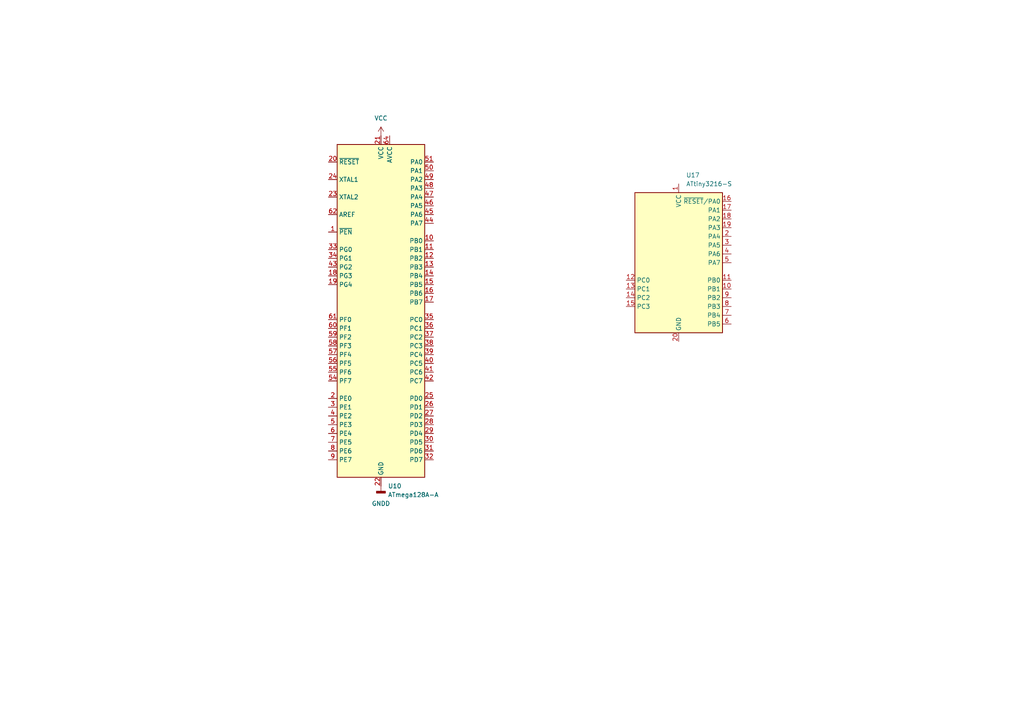
<source format=kicad_sch>
(kicad_sch (version 20250114) (generator "eeschema") (generator_version "9.0")
  (paper "A4")
  (lib_symbols
    (symbol "MCU_Microchip_ATmega:ATmega128A-A"
      (property "Reference" "U" (at -12.7 49.53 0))
      (property "Value" "ATmega128A-A" (at 2.54 -49.53 0))
      (symbol "ATmega128A-A_0_1"
        (rectangle (start -12.7 -48.26) (end 12.7 48.26) (stroke (width 0.254)) (fill (type background)))
      )
      (symbol "ATmega128A-A_1_1"
        (pin input line (at -15.24 43.18 0) (length 2.54) (name "~{RESET}") (number "20"))
        (pin input line (at -15.24 38.1 0) (length 2.54) (name "XTAL1") (number "24"))
        (pin output line (at -15.24 33.02 0) (length 2.54) (name "XTAL2") (number "23"))
        (pin passive line (at -15.24 27.94 0) (length 2.54) (name "AREF") (number "62"))
        (pin input line (at -15.24 22.86 0) (length 2.54) (name "~{PEN}") (number "1"))
        (pin bidirectional line (at -15.24 17.78 0) (length 2.54) (name "PG0") (number "33"))
        (pin bidirectional line (at -15.24 15.24 0) (length 2.54) (name "PG1") (number "34"))
        (pin bidirectional line (at -15.24 12.7 0) (length 2.54) (name "PG2") (number "43"))
        (pin bidirectional line (at -15.24 10.16 0) (length 2.54) (name "PG3") (number "18"))
        (pin bidirectional line (at -15.24 7.62 0) (length 2.54) (name "PG4") (number "19"))
        (pin bidirectional line (at -15.24 -2.54 0) (length 2.54) (name "PF0") (number "61"))
        (pin bidirectional line (at -15.24 -5.08 0) (length 2.54) (name "PF1") (number "60"))
        (pin bidirectional line (at -15.24 -7.62 0) (length 2.54) (name "PF2") (number "59"))
        (pin bidirectional line (at -15.24 -10.16 0) (length 2.54) (name "PF3") (number "58"))
        (pin bidirectional line (at -15.24 -12.7 0) (length 2.54) (name "PF4") (number "57"))
        (pin bidirectional line (at -15.24 -15.24 0) (length 2.54) (name "PF5") (number "56"))
        (pin bidirectional line (at -15.24 -17.78 0) (length 2.54) (name "PF6") (number "55"))
        (pin bidirectional line (at -15.24 -20.32 0) (length 2.54) (name "PF7") (number "54"))
        (pin bidirectional line (at -15.24 -25.4 0) (length 2.54) (name "PE0") (number "2"))
        (pin bidirectional line (at -15.24 -27.94 0) (length 2.54) (name "PE1") (number "3"))
        (pin bidirectional line (at -15.24 -30.48 0) (length 2.54) (name "PE2") (number "4"))
        (pin bidirectional line (at -15.24 -33.02 0) (length 2.54) (name "PE3") (number "5"))
        (pin bidirectional line (at -15.24 -35.56 0) (length 2.54) (name "PE4") (number "6"))
        (pin bidirectional line (at -15.24 -38.1 0) (length 2.54) (name "PE5") (number "7"))
        (pin bidirectional line (at -15.24 -40.64 0) (length 2.54) (name "PE6") (number "8"))
        (pin bidirectional line (at -15.24 -43.18 0) (length 2.54) (name "PE7") (number "9"))
        (pin power_in line (at 0 50.8 270) (length 2.54) (name "VCC") (number "21"))
        (pin passive line (at 0 50.8 270) (length 2.54) (hide yes) (name "VCC") (number "52"))
        (pin power_in line (at 0 -50.8 90) (length 2.54) (name "GND") (number "22"))
        (pin passive line (at 0 -50.8 90) (length 2.54) (hide yes) (name "GND") (number "53"))
        (pin passive line (at 0 -50.8 90) (length 2.54) (hide yes) (name "GND") (number "63"))
        (pin power_in line (at 2.54 50.8 270) (length 2.54) (name "AVCC") (number "64"))
        (pin bidirectional line (at 15.24 43.18 180) (length 2.54) (name "PA0") (number "51"))
        (pin bidirectional line (at 15.24 40.64 180) (length 2.54) (name "PA1") (number "50"))
        (pin bidirectional line (at 15.24 38.1 180) (length 2.54) (name "PA2") (number "49"))
        (pin bidirectional line (at 15.24 35.56 180) (length 2.54) (name "PA3") (number "48"))
        (pin bidirectional line (at 15.24 33.02 180) (length 2.54) (name "PA4") (number "47"))
        (pin bidirectional line (at 15.24 30.48 180) (length 2.54) (name "PA5") (number "46"))
        (pin bidirectional line (at 15.24 27.94 180) (length 2.54) (name "PA6") (number "45"))
        (pin bidirectional line (at 15.24 25.4 180) (length 2.54) (name "PA7") (number "44"))
        (pin bidirectional line (at 15.24 20.32 180) (length 2.54) (name "PB0") (number "10"))
        (pin bidirectional line (at 15.24 17.78 180) (length 2.54) (name "PB1") (number "11"))
        (pin bidirectional line (at 15.24 15.24 180) (length 2.54) (name "PB2") (number "12"))
        (pin bidirectional line (at 15.24 12.7 180) (length 2.54) (name "PB3") (number "13"))
        (pin bidirectional line (at 15.24 10.16 180) (length 2.54) (name "PB4") (number "14"))
        (pin bidirectional line (at 15.24 7.62 180) (length 2.54) (name "PB5") (number "15"))
        (pin bidirectional line (at 15.24 5.08 180) (length 2.54) (name "PB6") (number "16"))
        (pin bidirectional line (at 15.24 2.54 180) (length 2.54) (name "PB7") (number "17"))
        (pin bidirectional line (at 15.24 -2.54 180) (length 2.54) (name "PC0") (number "35"))
        (pin bidirectional line (at 15.24 -5.08 180) (length 2.54) (name "PC1") (number "36"))
        (pin bidirectional line (at 15.24 -7.62 180) (length 2.54) (name "PC2") (number "37"))
        (pin bidirectional line (at 15.24 -10.16 180) (length 2.54) (name "PC3") (number "38"))
        (pin bidirectional line (at 15.24 -12.7 180) (length 2.54) (name "PC4") (number "39"))
        (pin bidirectional line (at 15.24 -15.24 180) (length 2.54) (name "PC5") (number "40"))
        (pin bidirectional line (at 15.24 -17.78 180) (length 2.54) (name "PC6") (number "41"))
        (pin bidirectional line (at 15.24 -20.32 180) (length 2.54) (name "PC7") (number "42"))
        (pin bidirectional line (at 15.24 -25.4 180) (length 2.54) (name "PD0") (number "25"))
        (pin bidirectional line (at 15.24 -27.94 180) (length 2.54) (name "PD1") (number "26"))
        (pin bidirectional line (at 15.24 -30.48 180) (length 2.54) (name "PD2") (number "27"))
        (pin bidirectional line (at 15.24 -33.02 180) (length 2.54) (name "PD3") (number "28"))
        (pin bidirectional line (at 15.24 -35.56 180) (length 2.54) (name "PD4") (number "29"))
        (pin bidirectional line (at 15.24 -38.1 180) (length 2.54) (name "PD5") (number "30"))
        (pin bidirectional line (at 15.24 -40.64 180) (length 2.54) (name "PD6") (number "31"))
        (pin bidirectional line (at 15.24 -43.18 180) (length 2.54) (name "PD7") (number "32"))
      )
    )
    (symbol "MCU_Microchip_ATtiny:ATtiny3216-S"
      (property "Reference" "U" (at -12.7 21.59 0))
      (property "Value" "ATtiny3216-S" (at 2.54 -21.59 0))
      (symbol "ATtiny3216-S_0_1"
        (rectangle (start -12.7 -20.32) (end 12.7 20.32) (stroke (width 0.254)) (fill (type background)))
      )
      (symbol "ATtiny3216-S_1_1"
        (pin bidirectional line (at -15.24 -5.08 0) (length 2.54) (name "PC0") (number "12"))
        (pin bidirectional line (at -15.24 -7.62 0) (length 2.54) (name "PC1") (number "13"))
        (pin bidirectional line (at -15.24 -10.16 0) (length 2.54) (name "PC2") (number "14"))
        (pin bidirectional line (at -15.24 -12.7 0) (length 2.54) (name "PC3") (number "15"))
        (pin power_in line (at 0 22.86 270) (length 2.54) (name "VCC") (number "1"))
        (pin power_in line (at 0 -22.86 90) (length 2.54) (name "GND") (number "20"))
        (pin bidirectional line (at 15.24 17.78 180) (length 2.54) (name "~{RESET}/PA0") (number "16"))
        (pin bidirectional line (at 15.24 15.24 180) (length 2.54) (name "PA1") (number "17"))
        (pin bidirectional line (at 15.24 12.7 180) (length 2.54) (name "PA2") (number "18"))
        (pin bidirectional line (at 15.24 10.16 180) (length 2.54) (name "PA3") (number "19"))
        (pin bidirectional line (at 15.24 7.62 180) (length 2.54) (name "PA4") (number "2"))
        (pin bidirectional line (at 15.24 5.08 180) (length 2.54) (name "PA5") (number "3"))
        (pin bidirectional line (at 15.24 2.54 180) (length 2.54) (name "PA6") (number "4"))
        (pin bidirectional line (at 15.24 0 180) (length 2.54) (name "PA7") (number "5"))
        (pin bidirectional line (at 15.24 -5.08 180) (length 2.54) (name "PB0") (number "11"))
        (pin bidirectional line (at 15.24 -7.62 180) (length 2.54) (name "PB1") (number "10"))
        (pin bidirectional line (at 15.24 -10.16 180) (length 2.54) (name "PB2") (number "9"))
        (pin bidirectional line (at 15.24 -12.7 180) (length 2.54) (name "PB3") (number "8"))
        (pin bidirectional line (at 15.24 -15.24 180) (length 2.54) (name "PB4") (number "7"))
        (pin bidirectional line (at 15.24 -17.78 180) (length 2.54) (name "PB5") (number "6"))
      )
    )
    (symbol "power:GNDD" (power) (pin_names (offset 0))
      (property "Value" "GNDD" (at 0 -3.175 0))
      (symbol "GNDD_0_1"
        (rectangle (start -1.27 -1.524) (end 1.27 -2.032) (stroke (width 0.254)) (fill (type outline)))
        (polyline (pts (xy 0 0) (xy 0 -1.524)))
      )
      (symbol "GNDD_1_1"
        (pin power_in line (at 0 0 270) (length 0) (hide yes) (name "GNDD") (number "1"))
      )
    )
    (symbol "power:VCC" (power) (pin_names (offset 0))
      (property "Value" "VCC" (at 0 3.81 0))
      (symbol "VCC_0_1"
        (polyline (pts (xy -0.762 1.27) (xy 0 2.54)))
        (polyline (pts (xy 0 2.54) (xy 0.762 1.27)))
        (polyline (pts (xy 0 0) (xy 0 2.54)))
      )
      (symbol "VCC_1_1"
        (pin power_in line (at 0 0 90) (length 0) (hide yes) (name "VCC") (number "1"))
      )
    )
  )
  (symbol (lib_id "MCU_Microchip_ATmega:ATmega128A-A") (at 110.49 90.17 0) (unit 1)
    (property "Reference" "U10" (at 112.5094 140.97 0) (effects (justify left)))
    (property "Value" "ATmega128A-A" (at 112.5094 143.51 0) (effects (justify left)))
    (property "Footprint" "Package_QFP:TQFP-64_14x14mm_P0.8mm" (effects (hide yes)))
    (property "Datasheet" "http://ww1.microchip.com/downloads/en/DeviceDoc/Atmel-8151-8-bit-AVR-ATmega128A_Datasheet.pdf" (effects (hide yes)))
  )
  (symbol (lib_id "MCU_Microchip_ATtiny:ATtiny3216-S") (at 196.85 76.2 0) (unit 1)
    (property "Reference" "U17" (at 198.9933 50.8 0) (effects (justify left)))
    (property "Value" "ATtiny3216-S" (at 198.9933 53.34 0) (effects (justify left)))
    (property "Footprint" "Package_SO:SOIC-20W_7.5x12.8mm_P1.27mm" (effects (hide yes)))
    (property "Datasheet" "http://ww1.microchip.com/downloads/en/DeviceDoc/ATtiny3216_ATtiny1616-data-sheet-40001997B.pdf" (effects (hide yes)))
    (property "Description" "20MHz, 32kB Flash, 2kB SRAM, 256B EEPROM, SOIC-20" (effects (hide yes)))
  )
  (symbol (lib_id "power:VCC") (at 110.49 39.37 0) (unit 1)
    (property "Reference" "#PWR010" (effects (hide yes)))
    (property "Value" "VCC" (at 110.49 34.29 0))
  )
  (symbol (lib_id "power:GNDD") (at 110.49 140.97 0) (unit 1)
    (property "Reference" "#PWR011" (effects (hide yes)))
    (property "Value" "GNDD" (at 110.49 146.05 0))
  )
)
</source>
